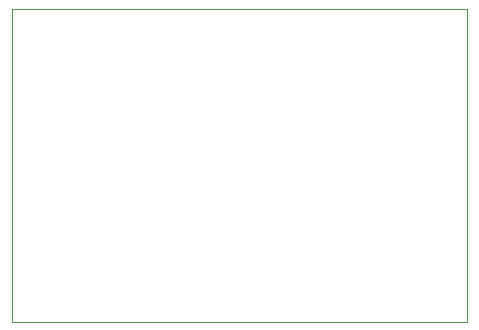
<source format=gm1>
G04 #@! TF.GenerationSoftware,KiCad,Pcbnew,5.0.2-bee76a0~70~ubuntu18.04.1*
G04 #@! TF.CreationDate,2019-12-23T12:33:55+05:30*
G04 #@! TF.ProjectId,pir_v1_0,7069725f-7631-45f3-902e-6b696361645f,rev?*
G04 #@! TF.SameCoordinates,Original*
G04 #@! TF.FileFunction,Profile,NP*
%FSLAX46Y46*%
G04 Gerber Fmt 4.6, Leading zero omitted, Abs format (unit mm)*
G04 Created by KiCad (PCBNEW 5.0.2-bee76a0~70~ubuntu18.04.1) date Mon Dec 23 12:33:55 2019*
%MOMM*%
%LPD*%
G01*
G04 APERTURE LIST*
%ADD10C,0.100000*%
G04 APERTURE END LIST*
D10*
X69250000Y-50725000D02*
X107750000Y-50725000D01*
X69250000Y-77225000D02*
X69250000Y-50725000D01*
X107750000Y-77225000D02*
X69250000Y-77225000D01*
X107750000Y-50725000D02*
X107750000Y-77225000D01*
M02*

</source>
